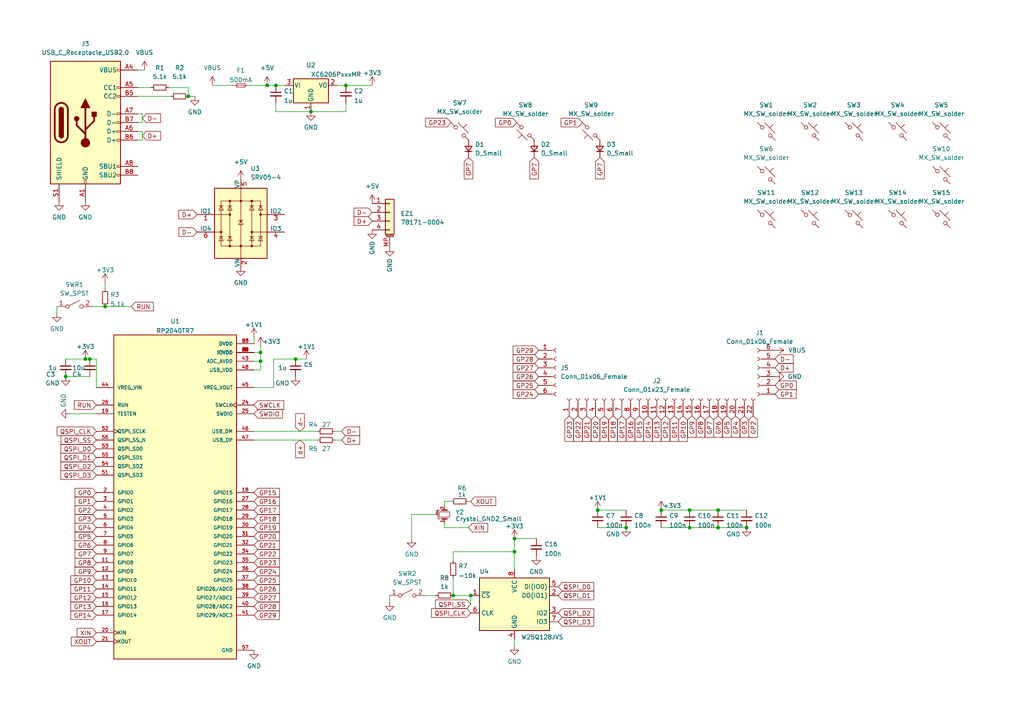
<source format=kicad_sch>
(kicad_sch (version 20230121) (generator eeschema)
  (paper "A4")
  (lib_symbols
    (symbol "Connector:Conn_01x06_Female" (pin_names (offset 1.016) hide)
      (property "Reference" "J" (at 0 7.62 0))
      (property "Value" "Conn_01x06_Female" (at 0 -10.16 0))
      (symbol "Conn_01x06_Female_1_1"
        (pin passive line (at -5.08 5.08 0) (length 3.81) (name "Pin_1") (number "1"))
        (pin passive line (at -5.08 2.54 0) (length 3.81) (name "Pin_2") (number "2"))
        (pin passive line (at -5.08 0 0) (length 3.81) (name "Pin_3") (number "3"))
        (pin passive line (at -5.08 -2.54 0) (length 3.81) (name "Pin_4") (number "4"))
        (pin passive line (at -5.08 -5.08 0) (length 3.81) (name "Pin_5") (number "5"))
        (pin passive line (at -5.08 -7.62 0) (length 3.81) (name "Pin_6") (number "6"))
      )
    )
    (symbol "Connector:Conn_01x22_Female" (pin_names (offset 1.016) hide)
      (property "Reference" "J" (at 0 27.94 0))
      (property "Value" "Conn_01x22_Female" (at 0 -30.48 0))
      (symbol "Conn_01x22_Female_1_1"
        (pin passive line (at -5.08 25.4 0) (length 3.81) (name "Pin_1") (number "1"))
        (pin passive line (at -5.08 2.54 0) (length 3.81) (name "Pin_10") (number "10"))
        (pin passive line (at -5.08 0 0) (length 3.81) (name "Pin_11") (number "11"))
        (pin passive line (at -5.08 -2.54 0) (length 3.81) (name "Pin_12") (number "12"))
        (pin passive line (at -5.08 -5.08 0) (length 3.81) (name "Pin_13") (number "13"))
        (pin passive line (at -5.08 -7.62 0) (length 3.81) (name "Pin_14") (number "14"))
        (pin passive line (at -5.08 -10.16 0) (length 3.81) (name "Pin_15") (number "15"))
        (pin passive line (at -5.08 -12.7 0) (length 3.81) (name "Pin_16") (number "16"))
        (pin passive line (at -5.08 -15.24 0) (length 3.81) (name "Pin_17") (number "17"))
        (pin passive line (at -5.08 -17.78 0) (length 3.81) (name "Pin_18") (number "18"))
        (pin passive line (at -5.08 -20.32 0) (length 3.81) (name "Pin_19") (number "19"))
        (pin passive line (at -5.08 22.86 0) (length 3.81) (name "Pin_2") (number "2"))
        (pin passive line (at -5.08 -22.86 0) (length 3.81) (name "Pin_20") (number "20"))
        (pin passive line (at -5.08 -25.4 0) (length 3.81) (name "Pin_21") (number "21"))
        (pin passive line (at -5.08 -27.94 0) (length 3.81) (name "Pin_22") (number "22"))
        (pin passive line (at -5.08 20.32 0) (length 3.81) (name "Pin_3") (number "3"))
        (pin passive line (at -5.08 17.78 0) (length 3.81) (name "Pin_4") (number "4"))
        (pin passive line (at -5.08 15.24 0) (length 3.81) (name "Pin_5") (number "5"))
        (pin passive line (at -5.08 12.7 0) (length 3.81) (name "Pin_6") (number "6"))
        (pin passive line (at -5.08 10.16 0) (length 3.81) (name "Pin_7") (number "7"))
        (pin passive line (at -5.08 7.62 0) (length 3.81) (name "Pin_8") (number "8"))
        (pin passive line (at -5.08 5.08 0) (length 3.81) (name "Pin_9") (number "9"))
      )
    )
    (symbol "Connector:USB_C_Receptacle_USB2.0" (pin_names (offset 1.016))
      (property "Reference" "J" (at -10.16 19.05 0))
      (property "Value" "USB_C_Receptacle_USB2.0" (at 19.05 19.05 0))
      (symbol "USB_C_Receptacle_USB2.0_1_1"
        (pin passive line (at 0 -22.86 90) (length 5.08) (name "GND") (number "A1"))
        (pin passive line (at 0 -22.86 90) (length 5.08) hide (name "GND") (number "A12"))
        (pin passive line (at 15.24 15.24 180) (length 5.08) (name "VBUS") (number "A4"))
        (pin bidirectional line (at 15.24 10.16 180) (length 5.08) (name "CC1") (number "A5"))
        (pin bidirectional line (at 15.24 -2.54 180) (length 5.08) (name "D+") (number "A6"))
        (pin bidirectional line (at 15.24 2.54 180) (length 5.08) (name "D-") (number "A7"))
        (pin bidirectional line (at 15.24 -12.7 180) (length 5.08) (name "SBU1") (number "A8"))
        (pin passive line (at 15.24 15.24 180) (length 5.08) hide (name "VBUS") (number "A9"))
        (pin passive line (at 0 -22.86 90) (length 5.08) hide (name "GND") (number "B1"))
        (pin passive line (at 0 -22.86 90) (length 5.08) hide (name "GND") (number "B12"))
        (pin passive line (at 15.24 15.24 180) (length 5.08) hide (name "VBUS") (number "B4"))
        (pin bidirectional line (at 15.24 7.62 180) (length 5.08) (name "CC2") (number "B5"))
        (pin bidirectional line (at 15.24 -5.08 180) (length 5.08) (name "D+") (number "B6"))
        (pin bidirectional line (at 15.24 0 180) (length 5.08) (name "D-") (number "B7"))
        (pin bidirectional line (at 15.24 -15.24 180) (length 5.08) (name "SBU2") (number "B8"))
        (pin passive line (at 15.24 15.24 180) (length 5.08) hide (name "VBUS") (number "B9"))
        (pin passive line (at -7.62 -22.86 90) (length 5.08) (name "SHIELD") (number "S1"))
      )
    )
    (symbol "Connector_Generic_MountingPin:Conn_01x04_MountingPin" (pin_names (offset 1.016) hide)
      (property "Reference" "J" (at 0 5.08 0))
      (property "Value" "Conn_01x04_MountingPin" (at 1.27 -7.62 0))
      (symbol "Conn_01x04_MountingPin_1_1"
        (text "Mounting" (at 0 -6.731 0) (effects (font (size 0.381 0.381))))
        (pin passive line (at -5.08 2.54 0) (length 3.81) (name "Pin_1") (number "1"))
        (pin passive line (at -5.08 0 0) (length 3.81) (name "Pin_2") (number "2"))
        (pin passive line (at -5.08 -2.54 0) (length 3.81) (name "Pin_3") (number "3"))
        (pin passive line (at -5.08 -5.08 0) (length 3.81) (name "Pin_4") (number "4"))
        (pin passive line (at 0 -10.16 90) (length 3.048) (name "MountPin") (number "MP"))
      )
    )
    (symbol "Device:C_Small" (pin_numbers hide) (pin_names (offset 0.254) hide)
      (property "Reference" "C" (at 0.254 1.778 0))
      (property "Value" "C_Small" (at 0.254 -2.032 0))
      (symbol "C_Small_1_1"
        (pin passive line (at 0 2.54 270) (length 2.032) (name "~") (number "1"))
        (pin passive line (at 0 -2.54 90) (length 2.032) (name "~") (number "2"))
      )
    )
    (symbol "Device:Crystal_GND2_Small" (pin_names (offset 1.016) hide)
      (property "Reference" "Y" (at 0 5.08 0))
      (property "Value" "Crystal_GND2_Small" (at 0 3.175 0))
      (symbol "Crystal_GND2_Small_1_1"
        (pin passive line (at -2.54 0 0) (length 1.27) (name "1") (number "1"))
        (pin passive line (at 0 -2.54 90) (length 0.635) (name "2") (number "2"))
        (pin passive line (at 2.54 0 180) (length 1.27) (name "3") (number "3"))
      )
    )
    (symbol "Device:D_Small" (pin_numbers hide) (pin_names (offset 0.254) hide)
      (property "Reference" "D" (at -1.27 2.032 0))
      (property "Value" "D_Small" (at -3.81 -2.032 0))
      (symbol "D_Small_1_1"
        (pin passive line (at -2.54 0 0) (length 1.778) (name "K") (number "1"))
        (pin passive line (at 2.54 0 180) (length 1.778) (name "A") (number "2"))
      )
    )
    (symbol "Device:Fuse_Small" (pin_numbers hide) (pin_names (offset 0.254) hide)
      (property "Reference" "F" (at 0 -1.524 0))
      (property "Value" "Fuse_Small" (at 0 1.524 0))
      (symbol "Fuse_Small_1_1"
        (pin passive line (at -2.54 0 0) (length 1.27) (name "~") (number "1"))
        (pin passive line (at 2.54 0 180) (length 1.27) (name "~") (number "2"))
      )
    )
    (symbol "Device:R_Small" (pin_numbers hide) (pin_names (offset 0.254) hide)
      (property "Reference" "R" (at 0.762 0.508 0))
      (property "Value" "R_Small" (at 0.762 -1.016 0))
      (symbol "R_Small_1_1"
        (pin passive line (at 0 2.54 270) (length 0.762) (name "~") (number "1"))
        (pin passive line (at 0 -2.54 90) (length 0.762) (name "~") (number "2"))
      )
    )
    (symbol "Memory_Flash:W25Q128JVS"
      (property "Reference" "U" (at -8.89 8.89 0))
      (property "Value" "W25Q128JVS" (at 7.62 8.89 0))
      (symbol "W25Q128JVS_1_1"
        (pin input line (at -12.7 2.54 0) (length 2.54) (name "~{CS}") (number "1"))
        (pin bidirectional line (at 12.7 2.54 180) (length 2.54) (name "DO(IO1)") (number "2"))
        (pin bidirectional line (at 12.7 -2.54 180) (length 2.54) (name "IO2") (number "3"))
        (pin power_in line (at 0 -10.16 90) (length 2.54) (name "GND") (number "4"))
        (pin bidirectional line (at 12.7 5.08 180) (length 2.54) (name "DI(IO0)") (number "5"))
        (pin input line (at -12.7 -2.54 0) (length 2.54) (name "CLK") (number "6"))
        (pin bidirectional line (at 12.7 -5.08 180) (length 2.54) (name "IO3") (number "7"))
        (pin power_in line (at 0 10.16 270) (length 2.54) (name "VCC") (number "8"))
      )
    )
    (symbol "RP2040TR7:RP2040TR7" (pin_names (offset 1.016))
      (property "Reference" "U" (at -17.78 46.99 0))
      (property "Value" "RP2040TR7" (at -17.526 -51.562 0))
      (symbol "RP2040TR7_0_0"
        (pin power_in line (at 22.86 40.64 180) (length 5.08) (name "IOVDD") (number "1"))
        (pin power_in line (at 22.86 40.64 180) (length 5.08) (name "IOVDD") (number "10"))
        (pin bidirectional line (at -22.86 -20.32 0) (length 5.08) (name "GPIO8") (number "11"))
        (pin bidirectional line (at -22.86 -22.86 0) (length 5.08) (name "GPIO9") (number "12"))
        (pin bidirectional line (at -22.86 -25.4 0) (length 5.08) (name "GPIO10") (number "13"))
        (pin bidirectional line (at -22.86 -27.94 0) (length 5.08) (name "GPIO11") (number "14"))
        (pin bidirectional line (at -22.86 -30.48 0) (length 5.08) (name "GPIO12") (number "15"))
        (pin bidirectional line (at -22.86 -33.02 0) (length 5.08) (name "GPIO13") (number "16"))
        (pin bidirectional line (at -22.86 -35.56 0) (length 5.08) (name "GPIO14") (number "17"))
        (pin bidirectional line (at 22.86 0 180) (length 5.08) (name "GPIO15") (number "18"))
        (pin input line (at -22.86 22.86 0) (length 5.08) (name "TESTEN") (number "19"))
        (pin bidirectional line (at -22.86 0 0) (length 5.08) (name "GPIO0") (number "2"))
        (pin input clock (at -22.86 -40.64 0) (length 5.08) (name "XIN") (number "20"))
        (pin output clock (at -22.86 -43.18 0) (length 5.08) (name "XOUT") (number "21"))
        (pin power_in line (at 22.86 40.64 180) (length 5.08) (name "IOVDD") (number "22"))
        (pin power_in line (at 22.86 43.18 180) (length 5.08) (name "DVDD") (number "23"))
        (pin input clock (at 22.86 25.4 180) (length 5.08) (name "SWCLK") (number "24"))
        (pin bidirectional line (at 22.86 22.86 180) (length 5.08) (name "SWDIO") (number "25"))
        (pin input line (at -22.86 25.4 0) (length 5.08) (name "RUN") (number "26"))
        (pin bidirectional line (at 22.86 -2.54 180) (length 5.08) (name "GPIO16") (number "27"))
        (pin bidirectional line (at 22.86 -5.08 180) (length 5.08) (name "GPIO17") (number "28"))
        (pin bidirectional line (at 22.86 -7.62 180) (length 5.08) (name "GPIO18") (number "29"))
        (pin bidirectional line (at -22.86 -2.54 0) (length 5.08) (name "GPIO1") (number "3"))
        (pin bidirectional line (at 22.86 -10.16 180) (length 5.08) (name "GPIO19") (number "30"))
        (pin bidirectional line (at 22.86 -12.7 180) (length 5.08) (name "GPIO20") (number "31"))
        (pin bidirectional line (at 22.86 -15.24 180) (length 5.08) (name "GPIO21") (number "32"))
        (pin power_in line (at 22.86 40.64 180) (length 5.08) (name "IOVDD") (number "33"))
        (pin bidirectional line (at 22.86 -17.78 180) (length 5.08) (name "GPIO22") (number "34"))
        (pin bidirectional line (at 22.86 -20.32 180) (length 5.08) (name "GPIO23") (number "35"))
        (pin bidirectional line (at 22.86 -22.86 180) (length 5.08) (name "GPIO24") (number "36"))
        (pin bidirectional line (at 22.86 -25.4 180) (length 5.08) (name "GPIO25") (number "37"))
        (pin bidirectional line (at 22.86 -27.94 180) (length 5.08) (name "GPIO26/ADC0") (number "38"))
        (pin bidirectional line (at 22.86 -30.48 180) (length 5.08) (name "GPIO27/ADC1") (number "39"))
        (pin bidirectional line (at -22.86 -5.08 0) (length 5.08) (name "GPIO2") (number "4"))
        (pin bidirectional line (at 22.86 -33.02 180) (length 5.08) (name "GPIO28/ADC2") (number "40"))
        (pin bidirectional line (at 22.86 -35.56 180) (length 5.08) (name "GPIO29/ADC3") (number "41"))
        (pin power_in line (at 22.86 40.64 180) (length 5.08) (name "IOVDD") (number "42"))
        (pin power_in line (at 22.86 38.1 180) (length 5.08) (name "ADC_AVDD") (number "43"))
        (pin input line (at -22.86 30.48 0) (length 5.08) (name "VREG_VIN") (number "44"))
        (pin output line (at 22.86 30.48 180) (length 5.08) (name "VREG_VOUT") (number "45"))
        (pin bidirectional line (at 22.86 17.78 180) (length 5.08) (name "USB_DM") (number "46"))
        (pin bidirectional line (at 22.86 15.24 180) (length 5.08) (name "USB_DP") (number "47"))
        (pin power_in line (at 22.86 35.56 180) (length 5.08) (name "USB_VDD") (number "48"))
        (pin power_in line (at 22.86 40.64 180) (length 5.08) (name "IOVDD") (number "49"))
        (pin bidirectional line (at -22.86 -7.62 0) (length 5.08) (name "GPIO3") (number "5"))
        (pin power_in line (at 22.86 43.18 180) (length 5.08) (name "DVDD") (number "50"))
        (pin bidirectional line (at -22.86 5.08 0) (length 5.08) (name "QSPI_SD3") (number "51"))
        (pin bidirectional clock (at -22.86 17.78 0) (length 5.08) (name "QSPI_SCLK") (number "52"))
        (pin bidirectional line (at -22.86 12.7 0) (length 5.08) (name "QSPI_SD0") (number "53"))
        (pin bidirectional line (at -22.86 7.62 0) (length 5.08) (name "QSPI_SD2") (number "54"))
        (pin bidirectional line (at -22.86 10.16 0) (length 5.08) (name "QSPI_SD1") (number "55"))
        (pin bidirectional line (at -22.86 15.24 0) (length 5.08) (name "QSPI_SS_N") (number "56"))
        (pin power_in line (at 22.86 -45.72 180) (length 5.08) (name "GND") (number "57"))
        (pin bidirectional line (at -22.86 -10.16 0) (length 5.08) (name "GPIO4") (number "6"))
        (pin bidirectional line (at -22.86 -12.7 0) (length 5.08) (name "GPIO5") (number "7"))
        (pin bidirectional line (at -22.86 -15.24 0) (length 5.08) (name "GPIO6") (number "8"))
        (pin bidirectional line (at -22.86 -17.78 0) (length 5.08) (name "GPIO7") (number "9"))
      )
    )
    (symbol "Regulator_Linear:XC6206PxxxMR" (pin_names (offset 0.254))
      (property "Reference" "U" (at -3.81 3.175 0))
      (property "Value" "XC6206PxxxMR" (at 0 3.175 0))
      (symbol "XC6206PxxxMR_1_1"
        (pin power_in line (at 0 -7.62 90) (length 2.54) (name "GND") (number "1"))
        (pin power_out line (at 7.62 0 180) (length 2.54) (name "VO") (number "2"))
        (pin power_in line (at -7.62 0 0) (length 2.54) (name "VI") (number "3"))
      )
    )
    (symbol "Switch:SW_SPST" (pin_names (offset 0) hide)
      (property "Reference" "SW" (at 0 3.175 0))
      (property "Value" "SW_SPST" (at 0 -2.54 0))
      (symbol "SW_SPST_1_1"
        (pin passive line (at -5.08 0 0) (length 2.54) (name "A") (number "1"))
        (pin passive line (at 5.08 0 180) (length 2.54) (name "B") (number "2"))
      )
    )
    (symbol "marbastlib-mx:MX_SW_solder" (pin_numbers hide) (pin_names (offset 1.016) hide)
      (property "Reference" "SW" (at 3.048 1.016 0))
      (property "Value" "MX_SW_solder" (at 0 -3.81 0))
      (symbol "MX_SW_solder_0_1"
        (pin passive line (at -2.54 2.54 0) (length 0) (name "1") (number "1"))
        (pin passive line (at 2.54 -2.54 180) (length 0) (name "2") (number "2"))
      )
    )
    (symbol "marbastlib-various:SRV05-4" (pin_names (offset 0))
      (property "Reference" "U" (at -5.08 11.43 0))
      (property "Value" "SRV05-4" (at 2.54 11.43 0))
      (symbol "SRV05-4_1_1"
        (pin passive line (at -12.7 2.54 0) (length 5.08) (name "IO1") (number "1"))
        (pin passive line (at 0 -12.7 90) (length 2.54) (name "VN") (number "2"))
        (pin passive line (at 12.7 2.54 180) (length 5.08) (name "IO2") (number "3"))
        (pin passive line (at 12.7 -2.54 180) (length 5.08) (name "IO3") (number "4"))
        (pin passive line (at 0 12.7 270) (length 2.54) (name "VP") (number "5"))
        (pin passive line (at -12.7 -2.54 0) (length 5.08) (name "IO4") (number "6"))
      )
    )
    (symbol "power:+1V1" (power) (pin_names (offset 0))
      (property "Value" "+1V1" (at 0 3.556 0))
      (symbol "+1V1_1_1"
        (pin power_in line (at 0 0 90) (length 0) hide (name "+1V1") (number "1"))
      )
    )
    (symbol "power:+3V3" (power) (pin_names (offset 0))
      (property "Value" "+3V3" (at 0 3.556 0))
      (symbol "+3V3_1_1"
        (pin power_in line (at 0 0 90) (length 0) hide (name "+3V3") (number "1"))
      )
    )
    (symbol "power:+5V" (power) (pin_names (offset 0))
      (property "Value" "+5V" (at 0 3.556 0))
      (symbol "+5V_1_1"
        (pin power_in line (at 0 0 90) (length 0) hide (name "+5V") (number "1"))
      )
    )
    (symbol "power:GND" (power) (pin_names (offset 0))
      (property "Value" "GND" (at 0 -3.81 0))
      (symbol "GND_1_1"
        (pin power_in line (at 0 0 270) (length 0) hide (name "GND") (number "1"))
      )
    )
    (symbol "power:VBUS" (power) (pin_names (offset 0))
      (property "Value" "VBUS" (at 0 3.81 0))
      (symbol "VBUS_1_1"
        (pin power_in line (at 0 0 90) (length 0) hide (name "VBUS") (number "1"))
      )
    )
  )
  (junction (at 149.225 160.02))
  (junction (at 200.025 153.035))
  (junction (at 19.05 109.22))
  (junction (at 208.28 153.035))
  (junction (at 131.445 172.72))
  (junction (at 191.77 147.955))
  (junction (at 85.725 104.14))
  (junction (at 200.025 147.955))
  (junction (at 90.17 32.385))
  (junction (at 54.61 27.94))
  (junction (at 26.035 104.14))
  (junction (at 149.225 156.21))
  (junction (at 30.48 88.9))
  (junction (at 100.33 24.765))
  (junction (at 77.47 24.765))
  (junction (at 80.01 24.765))
  (junction (at 173.355 147.955))
  (junction (at 136.525 172.72))
  (junction (at 75.565 102.235))
  (junction (at 216.535 153.035))
  (junction (at 208.28 147.955))
  (junction (at 24.765 104.14))
  (junction (at 181.61 153.035))
  (junction (at 75.565 104.775))
  (wire (pts (xy 173.355 153.035) (xy 181.61 153.035)))
  (wire (pts (xy 75.565 104.775) (xy 75.565 102.235)))
  (wire (pts (xy 40.005 38.1) (xy 41.275 38.1)))
  (wire (pts (xy 149.225 160.02) (xy 149.225 156.21)))
  (wire (pts (xy 48.895 25.4) (xy 54.61 25.4)))
  (wire (pts (xy 80.01 24.765) (xy 82.55 24.765)))
  (wire (pts (xy 73.66 125.095) (xy 92.075 125.095)))
  (wire (pts (xy 41.275 33.02) (xy 41.275 35.56)))
  (wire (pts (xy 131.445 172.72) (xy 131.445 167.64)))
  (wire (pts (xy 100.33 32.385) (xy 100.33 29.845)))
  (wire (pts (xy 61.595 24.765) (xy 67.31 24.765)))
  (wire (pts (xy 73.66 127.635) (xy 92.075 127.635)))
  (wire (pts (xy 119.38 149.225) (xy 119.38 156.21)))
  (wire (pts (xy 16.51 90.805) (xy 16.51 88.9)))
  (wire (pts (xy 128.905 145.415) (xy 128.905 146.685)))
  (wire (pts (xy 119.38 149.225) (xy 126.365 149.225)))
  (wire (pts (xy 128.905 153.035) (xy 135.89 153.035)))
  (wire (pts (xy 200.025 153.035) (xy 208.28 153.035)))
  (wire (pts (xy 149.225 185.42) (xy 149.225 187.325)))
  (wire (pts (xy 26.67 88.9) (xy 30.48 88.9)))
  (wire (pts (xy 73.66 107.315) (xy 75.565 107.315)))
  (wire (pts (xy 40.005 33.02) (xy 41.275 33.02)))
  (wire (pts (xy 136.525 172.72) (xy 131.445 172.72)))
  (wire (pts (xy 30.48 81.915) (xy 30.48 83.82)))
  (wire (pts (xy 136.525 145.415) (xy 135.89 145.415)))
  (wire (pts (xy 200.025 147.955) (xy 208.28 147.955)))
  (wire (pts (xy 41.275 35.56) (xy 40.005 35.56)))
  (wire (pts (xy 41.275 38.1) (xy 41.275 40.64)))
  (wire (pts (xy 73.66 112.395) (xy 79.375 112.395)))
  (wire (pts (xy 30.48 88.9) (xy 38.1 88.9)))
  (wire (pts (xy 19.05 104.14) (xy 24.765 104.14)))
  (wire (pts (xy 19.05 109.22) (xy 26.035 109.22)))
  (wire (pts (xy 80.01 32.385) (xy 90.17 32.385)))
  (wire (pts (xy 26.035 104.14) (xy 27.94 104.14)))
  (wire (pts (xy 191.77 147.955) (xy 200.025 147.955)))
  (wire (pts (xy 85.725 104.14) (xy 88.9 104.14)))
  (wire (pts (xy 73.66 102.235) (xy 75.565 102.235)))
  (wire (pts (xy 130.81 145.415) (xy 128.905 145.415)))
  (wire (pts (xy 40.005 20.32) (xy 41.91 20.32)))
  (wire (pts (xy 73.66 97.79) (xy 73.66 99.695)))
  (wire (pts (xy 40.005 27.94) (xy 49.53 27.94)))
  (wire (pts (xy 54.61 25.4) (xy 54.61 27.94)))
  (wire (pts (xy 77.47 24.765) (xy 80.01 24.765)))
  (wire (pts (xy 208.28 153.035) (xy 216.535 153.035)))
  (wire (pts (xy 131.445 160.02) (xy 149.225 160.02)))
  (wire (pts (xy 113.03 174.625) (xy 113.03 172.72)))
  (wire (pts (xy 97.79 24.765) (xy 100.33 24.765)))
  (wire (pts (xy 128.905 151.765) (xy 128.905 153.035)))
  (wire (pts (xy 123.19 172.72) (xy 126.365 172.72)))
  (wire (pts (xy 54.61 27.94) (xy 56.515 27.94)))
  (wire (pts (xy 97.155 125.095) (xy 99.06 125.095)))
  (wire (pts (xy 80.01 29.845) (xy 80.01 32.385)))
  (wire (pts (xy 72.39 24.765) (xy 77.47 24.765)))
  (wire (pts (xy 173.355 147.955) (xy 181.61 147.955)))
  (wire (pts (xy 191.77 153.035) (xy 200.025 153.035)))
  (wire (pts (xy 27.94 112.395) (xy 27.94 104.14)))
  (wire (pts (xy 208.28 147.955) (xy 216.535 147.955)))
  (wire (pts (xy 131.445 162.56) (xy 131.445 160.02)))
  (wire (pts (xy 136.525 172.72) (xy 136.525 175.26)))
  (wire (pts (xy 97.155 127.635) (xy 99.06 127.635)))
  (wire (pts (xy 20.32 120.015) (xy 27.94 120.015)))
  (wire (pts (xy 79.375 104.14) (xy 85.725 104.14)))
  (wire (pts (xy 149.225 165.1) (xy 149.225 160.02)))
  (wire (pts (xy 149.225 156.21) (xy 155.575 156.21)))
  (wire (pts (xy 90.17 32.385) (xy 100.33 32.385)))
  (wire (pts (xy 100.33 24.765) (xy 107.95 24.765)))
  (wire (pts (xy 40.005 25.4) (xy 43.815 25.4)))
  (wire (pts (xy 75.565 100.33) (xy 75.565 102.235)))
  (wire (pts (xy 75.565 107.315) (xy 75.565 104.775)))
  (wire (pts (xy 41.275 40.64) (xy 40.005 40.64)))
  (wire (pts (xy 79.375 112.395) (xy 79.375 104.14)))
  (wire (pts (xy 73.66 104.775) (xy 75.565 104.775)))
  (wire (pts (xy 24.765 104.14) (xy 26.035 104.14)))
  (global_label "QSPI_CLK" (shape input) (at 136.525 177.8 180) (property "Intersheetrefs" "${INTERSHEET_REFS}" (effects hide)))
  (global_label "QSPI_D0" (shape input) (at 27.94 130.175 180) (property "Intersheetrefs" "${INTERSHEET_REFS}" (effects hide)))
  (global_label "D+" (shape input) (at 41.275 39.37 0) (property "Intersheetrefs" "${INTERSHEET_REFS}" (effects hide)))
  (global_label "GP15" (shape input) (at 185.42 120.65 270) (property "Intersheetrefs" "${INTERSHEET_REFS}" (effects hide)))
  (global_label "GP3" (shape input) (at 27.94 150.495 180) (property "Intersheetrefs" "${INTERSHEET_REFS}" (effects hide)))
  (global_label "GP12" (shape input) (at 193.04 120.65 270) (property "Intersheetrefs" "${INTERSHEET_REFS}" (effects hide)))
  (global_label "GP23" (shape input) (at 165.1 120.65 270) (property "Intersheetrefs" "${INTERSHEET_REFS}" (effects hide)))
  (global_label "QSPI_D2" (shape input) (at 161.925 177.8 0) (property "Intersheetrefs" "${INTERSHEET_REFS}" (effects hide)))
  (global_label "GP7" (shape input) (at 205.74 120.65 270) (property "Intersheetrefs" "${INTERSHEET_REFS}" (effects hide)))
  (global_label "XOUT" (shape input) (at 136.525 145.415 0) (property "Intersheetrefs" "${INTERSHEET_REFS}" (effects hide)))
  (global_label "GP21" (shape input) (at 170.18 120.65 270) (property "Intersheetrefs" "${INTERSHEET_REFS}" (effects hide)))
  (global_label "GP9" (shape input) (at 27.94 165.735 180) (property "Intersheetrefs" "${INTERSHEET_REFS}" (effects hide)))
  (global_label "GP7" (shape input) (at 27.94 160.655 180) (property "Intersheetrefs" "${INTERSHEET_REFS}" (effects hide)))
  (global_label "GP27" (shape input) (at 156.21 106.68 180) (property "Intersheetrefs" "${INTERSHEET_REFS}" (effects hide)))
  (global_label "GP26" (shape input) (at 73.66 170.815 0) (property "Intersheetrefs" "${INTERSHEET_REFS}" (effects hide)))
  (global_label "QSPI_SS" (shape input) (at 27.94 127.635 180) (property "Intersheetrefs" "${INTERSHEET_REFS}" (effects hide)))
  (global_label "GP21" (shape input) (at 73.66 158.115 0) (property "Intersheetrefs" "${INTERSHEET_REFS}" (effects hide)))
  (global_label "QSPI_D1" (shape input) (at 27.94 132.715 180) (property "Intersheetrefs" "${INTERSHEET_REFS}" (effects hide)))
  (global_label "GP2" (shape input) (at 218.44 120.65 270) (property "Intersheetrefs" "${INTERSHEET_REFS}" (effects hide)))
  (global_label "GP4" (shape input) (at 213.36 120.65 270) (property "Intersheetrefs" "${INTERSHEET_REFS}" (effects hide)))
  (global_label "QSPI_D3" (shape input) (at 27.94 137.795 180) (property "Intersheetrefs" "${INTERSHEET_REFS}" (effects hide)))
  (global_label "GP15" (shape input) (at 73.66 142.875 0) (property "Intersheetrefs" "${INTERSHEET_REFS}" (effects hide)))
  (global_label "GP26" (shape input) (at 156.21 109.22 180) (property "Intersheetrefs" "${INTERSHEET_REFS}" (effects hide)))
  (global_label "GP10" (shape input) (at 198.12 120.65 270) (property "Intersheetrefs" "${INTERSHEET_REFS}" (effects hide)))
  (global_label "GP22" (shape input) (at 167.64 120.65 270) (property "Intersheetrefs" "${INTERSHEET_REFS}" (effects hide)))
  (global_label "GP29" (shape input) (at 156.21 101.6 180) (property "Intersheetrefs" "${INTERSHEET_REFS}" (effects hide)))
  (global_label "GP4" (shape input) (at 27.94 153.035 180) (property "Intersheetrefs" "${INTERSHEET_REFS}" (effects hide)))
  (global_label "QSPI_D2" (shape input) (at 27.94 135.255 180) (property "Intersheetrefs" "${INTERSHEET_REFS}" (effects hide)))
  (global_label "GP0" (shape input) (at 224.79 111.76 0) (property "Intersheetrefs" "${INTERSHEET_REFS}" (effects hide)))
  (global_label "GP1" (shape input) (at 224.79 114.3 0) (property "Intersheetrefs" "${INTERSHEET_REFS}" (effects hide)))
  (global_label "GP23" (shape input) (at 130.81 35.56 180) (property "Intersheetrefs" "${INTERSHEET_REFS}" (effects hide)))
  (global_label "GP8" (shape input) (at 27.94 163.195 180) (property "Intersheetrefs" "${INTERSHEET_REFS}" (effects hide)))
  (global_label "GP7" (shape input) (at 154.94 45.72 270) (property "Intersheetrefs" "${INTERSHEET_REFS}" (effects hide)))
  (global_label "GP6" (shape input) (at 208.28 120.65 270) (property "Intersheetrefs" "${INTERSHEET_REFS}" (effects hide)))
  (global_label "GP11" (shape input) (at 195.58 120.65 270) (property "Intersheetrefs" "${INTERSHEET_REFS}" (effects hide)))
  (global_label "GP5" (shape input) (at 210.82 120.65 270) (property "Intersheetrefs" "${INTERSHEET_REFS}" (effects hide)))
  (global_label "GP20" (shape input) (at 172.72 120.65 270) (property "Intersheetrefs" "${INTERSHEET_REFS}" (effects hide)))
  (global_label "GP8" (shape input) (at 203.2 120.65 270) (property "Intersheetrefs" "${INTERSHEET_REFS}" (effects hide)))
  (global_label "GP18" (shape input) (at 177.8 120.65 270) (property "Intersheetrefs" "${INTERSHEET_REFS}" (effects hide)))
  (global_label "GP13" (shape input) (at 27.94 175.895 180) (property "Intersheetrefs" "${INTERSHEET_REFS}" (effects hide)))
  (global_label "SWDIO" (shape input) (at 73.66 120.015 0) (property "Intersheetrefs" "${INTERSHEET_REFS}" (effects hide)))
  (global_label "GP9" (shape input) (at 200.66 120.65 270) (property "Intersheetrefs" "${INTERSHEET_REFS}" (effects hide)))
  (global_label "GP7" (shape input) (at 173.99 45.72 270) (property "Intersheetrefs" "${INTERSHEET_REFS}" (effects hide)))
  (global_label "GP5" (shape input) (at 27.94 155.575 180) (property "Intersheetrefs" "${INTERSHEET_REFS}" (effects hide)))
  (global_label "SWCLK" (shape input) (at 73.66 117.475 0) (property "Intersheetrefs" "${INTERSHEET_REFS}" (effects hide)))
  (global_label "D-" (shape input) (at 41.275 34.29 0) (property "Intersheetrefs" "${INTERSHEET_REFS}" (effects hide)))
  (global_label "GP17" (shape input) (at 180.34 120.65 270) (property "Intersheetrefs" "${INTERSHEET_REFS}" (effects hide)))
  (global_label "GP6" (shape input) (at 27.94 158.115 180) (property "Intersheetrefs" "${INTERSHEET_REFS}" (effects hide)))
  (global_label "GP16" (shape input) (at 73.66 145.415 0) (property "Intersheetrefs" "${INTERSHEET_REFS}" (effects hide)))
  (global_label "GP28" (shape input) (at 73.66 175.895 0) (property "Intersheetrefs" "${INTERSHEET_REFS}" (effects hide)))
  (global_label "GP19" (shape input) (at 175.26 120.65 270) (property "Intersheetrefs" "${INTERSHEET_REFS}" (effects hide)))
  (global_label "QSPI_D0" (shape input) (at 161.925 170.18 0) (property "Intersheetrefs" "${INTERSHEET_REFS}" (effects hide)))
  (global_label "GP0" (shape input) (at 27.94 142.875 180) (property "Intersheetrefs" "${INTERSHEET_REFS}" (effects hide)))
  (global_label "D-" (shape input) (at 107.95 61.595 180) (property "Intersheetrefs" "${INTERSHEET_REFS}" (effects hide)))
  (global_label "D+" (shape input) (at 224.79 106.68 0) (property "Intersheetrefs" "${INTERSHEET_REFS}" (effects hide)))
  (global_label "GP25" (shape input) (at 156.21 111.76 180) (property "Intersheetrefs" "${INTERSHEET_REFS}" (effects hide)))
  (global_label "GP28" (shape input) (at 156.21 104.14 180) (property "Intersheetrefs" "${INTERSHEET_REFS}" (effects hide)))
  (global_label "GP14" (shape input) (at 187.96 120.65 270) (property "Intersheetrefs" "${INTERSHEET_REFS}" (effects hide)))
  (global_label "d-" (shape input) (at 86.995 125.095 90) (property "Intersheetrefs" "${INTERSHEET_REFS}" (effects hide)))
  (global_label "GP13" (shape input) (at 190.5 120.65 270) (property "Intersheetrefs" "${INTERSHEET_REFS}" (effects hide)))
  (global_label "GP18" (shape input) (at 73.66 150.495 0) (property "Intersheetrefs" "${INTERSHEET_REFS}" (effects hide)))
  (global_label "GP25" (shape input) (at 73.66 168.275 0) (property "Intersheetrefs" "${INTERSHEET_REFS}" (effects hide)))
  (global_label "D+" (shape input) (at 107.95 64.135 180) (property "Intersheetrefs" "${INTERSHEET_REFS}" (effects hide)))
  (global_label "GP24" (shape input) (at 73.66 165.735 0) (property "Intersheetrefs" "${INTERSHEET_REFS}" (effects hide)))
  (global_label "GP0" (shape input) (at 149.86 35.56 180) (property "Intersheetrefs" "${INTERSHEET_REFS}" (effects hide)))
  (global_label "D-" (shape input) (at 99.06 125.095 0) (property "Intersheetrefs" "${INTERSHEET_REFS}" (effects hide)))
  (global_label "GP29" (shape input) (at 73.66 178.435 0) (property "Intersheetrefs" "${INTERSHEET_REFS}" (effects hide)))
  (global_label "GP14" (shape input) (at 27.94 178.435 180) (property "Intersheetrefs" "${INTERSHEET_REFS}" (effects hide)))
  (global_label "GP10" (shape input) (at 27.94 168.275 180) (property "Intersheetrefs" "${INTERSHEET_REFS}" (effects hide)))
  (global_label "GP2" (shape input) (at 27.94 147.955 180) (property "Intersheetrefs" "${INTERSHEET_REFS}" (effects hide)))
  (global_label "GP20" (shape input) (at 73.66 155.575 0) (property "Intersheetrefs" "${INTERSHEET_REFS}" (effects hide)))
  (global_label "GP22" (shape input) (at 73.66 160.655 0) (property "Intersheetrefs" "${INTERSHEET_REFS}" (effects hide)))
  (global_label "GP16" (shape input) (at 182.88 120.65 270) (property "Intersheetrefs" "${INTERSHEET_REFS}" (effects hide)))
  (global_label "GP24" (shape input) (at 156.21 114.3 180) (property "Intersheetrefs" "${INTERSHEET_REFS}" (effects hide)))
  (global_label "GP17" (shape input) (at 73.66 147.955 0) (property "Intersheetrefs" "${INTERSHEET_REFS}" (effects hide)))
  (global_label "XOUT" (shape input) (at 27.94 186.055 180) (property "Intersheetrefs" "${INTERSHEET_REFS}" (effects hide)))
  (global_label "D+" (shape input) (at 57.15 62.23 180) (property "Intersheetrefs" "${INTERSHEET_REFS}" (effects hide)))
  (global_label "GP19" (shape input) (at 73.66 153.035 0) (property "Intersheetrefs" "${INTERSHEET_REFS}" (effects hide)))
  (global_label "GP11" (shape input) (at 27.94 170.815 180) (property "Intersheetrefs" "${INTERSHEET_REFS}" (effects hide)))
  (global_label "QSPI_D1" (shape input) (at 161.925 172.72 0) (property "Intersheetrefs" "${INTERSHEET_REFS}" (effects hide)))
  (global_label "XIN" (shape input) (at 27.94 183.515 180) (property "Intersheetrefs" "${INTERSHEET_REFS}" (effects hide)))
  (global_label "QSPI_D3" (shape input) (at 161.925 180.34 0) (property "Intersheetrefs" "${INTERSHEET_REFS}" (effects hide)))
  (global_label "D-" (shape input) (at 57.15 67.31 180) (property "Intersheetrefs" "${INTERSHEET_REFS}" (effects hide)))
  (global_label "XIN" (shape input) (at 135.89 153.035 0) (property "Intersheetrefs" "${INTERSHEET_REFS}" (effects hide)))
  (global_label "QSPI_SS" (shape input) (at 136.525 175.26 180) (property "Intersheetrefs" "${INTERSHEET_REFS}" (effects hide)))
  (global_label "GP1" (shape input) (at 27.94 145.415 180) (property "Intersheetrefs" "${INTERSHEET_REFS}" (effects hide)))
  (global_label "RUN" (shape input) (at 27.94 117.475 180) (property "Intersheetrefs" "${INTERSHEET_REFS}" (effects hide)))
  (global_label "QSPI_CLK" (shape input) (at 27.94 125.095 180) (property "Intersheetrefs" "${INTERSHEET_REFS}" (effects hide)))
  (global_label "GP7" (shape input) (at 135.89 45.72 270) (property "Intersheetrefs" "${INTERSHEET_REFS}" (effects hide)))
  (global_label "GP27" (shape input) (at 73.66 173.355 0) (property "Intersheetrefs" "${INTERSHEET_REFS}" (effects hide)))
  (global_label "d+" (shape input) (at 86.995 127.635 270) (property "Intersheetrefs" "${INTERSHEET_REFS}" (effects hide)))
  (global_label "GP12" (shape input) (at 27.94 173.355 180) (property "Intersheetrefs" "${INTERSHEET_REFS}" (effects hide)))
  (global_label "D-" (shape input) (at 224.79 104.14 0) (property "Intersheetrefs" "${INTERSHEET_REFS}" (effects hide)))
  (global_label "GP1" (shape input) (at 168.91 35.56 180) (property "Intersheetrefs" "${INTERSHEET_REFS}" (effects hide)))
  (global_label "GP23" (shape input) (at 73.66 163.195 0) (property "Intersheetrefs" "${INTERSHEET_REFS}" (effects hide)))
  (global_label "D+" (shape input) (at 99.06 127.635 0) (property "Intersheetrefs" "${INTERSHEET_REFS}" (effects hide)))
  (global_label "GP3" (shape input) (at 215.9 120.65 270) (property "Intersheetrefs" "${INTERSHEET_REFS}" (effects hide)))
  (global_label "RUN" (shape input) (at 38.1 88.9 0) (property "Intersheetrefs" "${INTERSHEET_REFS}" (effects hide)))
  (symbol (lib_id "power:GND") (at 69.85 77.47 0) (unit 1)
    (property "Reference" "#PWR0129" (effects hide))
    (property "Value" "GND" (at 69.85 82.0325 0))
  )
  (symbol (lib_id "Connector:USB_C_Receptacle_USB2.0") (at 24.765 35.56 0) (unit 1)
    (property "Reference" "J3" (at 24.765 12.7 0))
    (property "Value" "USB_C_Receptacle_USB2.0" (at 24.765 15.24 0))
    (property "Footprint" "Connector_USB:USB_C_Receptacle_HRO_TYPE-C-31-M-12" (effects hide))
    (property "Datasheet" "https://www.usb.org/sites/default/files/documents/usb_type-c.zip" (effects hide))
  )
  (symbol (lib_id "Connector_Generic_MountingPin:Conn_01x04_MountingPin") (at 113.03 61.595 0) (unit 1)
    (property "Reference" "EZ1" (at 116.205 61.9505 0) (effects (justify left)))
    (property "Value" "78171-0004" (at 116.205 64.4905 0) (effects (justify left)))
    (property "Footprint" "locallib:PicoEZMate-Reinforced-Lite" (effects hide))
    (property "Manufacturer" "MOLEX" (effects hide))
    (property "Manufacturer Part Number" "78171-0004" (effects hide))
    (property "LCSC Part Number" "C588524" (effects hide))
  )
  (symbol (lib_id "Device:C_Small") (at 173.355 150.495 0) (unit 1)
    (property "Reference" "C7" (at 175.6791 149.5928 0) (effects (justify left)))
    (property "Value" "100n" (at 175.6791 152.3679 0) (effects (justify left)))
    (property "Footprint" "Capacitor_SMD:C_0402_1005Metric" (effects hide))
  )
  (symbol (lib_id "Device:D_Small") (at 154.94 43.18 90) (unit 1)
    (property "Reference" "D2" (at 156.845 41.9099 90) (effects (justify right)))
    (property "Value" "D_Small" (at 156.845 44.4499 90) (effects (justify right)))
    (property "Footprint" "Diode_SMD:D_SOD-123" (effects hide))
  )
  (symbol (lib_id "power:GND") (at 16.51 90.805 0) (unit 1)
    (property "Reference" "#PWR0122" (effects hide))
    (property "Value" "GND" (at 16.51 95.3675 0))
  )
  (symbol (lib_id "marbastlib-mx:MX_SW_solder") (at 234.95 38.1 0) (unit 1)
    (property "Reference" "SW2" (at 234.95 30.48 0))
    (property "Value" "MX_SW_solder" (at 234.95 33.02 0))
    (property "Footprint" "marbastlib-mx:SW_MX_1u" (effects hide))
  )
  (symbol (lib_id "marbastlib-various:SRV05-4") (at 69.85 64.77 0) (unit 1)
    (property "Reference" "U3" (at 72.6187 48.895 0) (effects (justify left)))
    (property "Value" "SRV05-4" (at 72.6187 51.435 0) (effects (justify left)))
    (property "Footprint" "marbastlib-various:SOT-23-6-routable" (effects hide))
    (property "Datasheet" "http://www.onsemi.com/pub/Collateral/SRV05-4-D.PDF" (effects hide))
  )
  (symbol (lib_id "power:+3V3") (at 107.95 24.765 0) (unit 1)
    (property "Reference" "#PWR0119" (effects hide))
    (property "Value" "+3V3" (at 107.95 21.1605 0))
  )
  (symbol (lib_id "marbastlib-mx:MX_SW_solder") (at 247.65 63.5 0) (unit 1)
    (property "Reference" "SW13" (at 247.65 55.88 0))
    (property "Value" "MX_SW_solder" (at 247.65 58.42 0))
    (property "Footprint" "marbastlib-mx:SW_MX_1u" (effects hide))
  )
  (symbol (lib_id "marbastlib-mx:MX_SW_solder") (at 171.45 38.1 180) (unit 1)
    (property "Reference" "SW9" (at 171.45 30.48 0))
    (property "Value" "MX_SW_solder" (at 171.45 33.02 0))
    (property "Footprint" "marbastlib-mx:SW_MX_1u" (effects hide))
  )
  (symbol (lib_id "Connector:Conn_01x06_Female") (at 219.71 109.22 180) (unit 1)
    (property "Reference" "J1" (at 220.345 96.52 0))
    (property "Value" "Conn_01x06_Female" (at 220.345 99.06 0))
    (property "Footprint" "Connector_PinHeader_2.54mm:PinHeader_1x06_P2.54mm_Vertical" (effects hide))
  )
  (symbol (lib_id "Device:C_Small") (at 181.61 150.495 0) (unit 1)
    (property "Reference" "C8" (at 183.9341 149.5928 0) (effects (justify left)))
    (property "Value" "100n" (at 183.9341 152.3679 0) (effects (justify left)))
    (property "Footprint" "Capacitor_SMD:C_0402_1005Metric" (effects hide))
  )
  (symbol (lib_id "Device:C_Small") (at 191.77 150.495 0) (unit 1)
    (property "Reference" "C9" (at 194.0941 149.5928 0) (effects (justify left)))
    (property "Value" "100n" (at 194.0941 152.3679 0) (effects (justify left)))
    (property "Footprint" "Capacitor_SMD:C_0402_1005Metric" (effects hide))
  )
  (symbol (lib_id "Device:Fuse_Small") (at 69.85 24.765 0) (unit 1)
    (property "Reference" "F1" (at 69.85 20.4175 0))
    (property "Value" "500mA" (at 69.85 23.1926 0))
    (property "Footprint" "Fuse:Fuse_1206_3216Metric" (effects hide))
  )
  (symbol (lib_id "power:GND") (at 17.145 58.42 0) (unit 1)
    (property "Reference" "#PWR0133" (effects hide))
    (property "Value" "GND" (at 17.145 62.9825 0))
  )
  (symbol (lib_id "power:GND") (at 113.03 71.755 0) (unit 1)
    (property "Reference" "#PWR0123" (effects hide))
    (property "Value" "GND" (at 113.03 74.93 90) (effects (justify right)))
  )
  (symbol (lib_id "power:VBUS") (at 41.91 20.32 0) (unit 1)
    (property "Reference" "#PWR0132" (effects hide))
    (property "Value" "VBUS" (at 41.91 15.24 0))
  )
  (symbol (lib_id "power:GND") (at 20.32 120.015 270) (unit 1)
    (property "Reference" "#PWR0124" (effects hide))
    (property "Value" "GND" (at 18.415 116.205 0))
  )
  (symbol (lib_id "Device:R_Small") (at 46.355 25.4 270) (unit 1)
    (property "Reference" "R1" (at 46.355 19.685 90))
    (property "Value" "5.1k" (at 46.355 22.225 90))
    (property "Footprint" "Resistor_SMD:R_0402_1005Metric" (effects hide))
  )
  (symbol (lib_id "Device:C_Small") (at 200.025 150.495 0) (unit 1)
    (property "Reference" "C10" (at 202.3491 149.5928 0) (effects (justify left)))
    (property "Value" "100n" (at 202.3491 152.3679 0) (effects (justify left)))
    (property "Footprint" "Capacitor_SMD:C_0402_1005Metric" (effects hide))
  )
  (symbol (lib_id "Device:R_Small") (at 128.905 172.72 270) (unit 1)
    (property "Reference" "R8" (at 128.905 167.64 90))
    (property "Value" "1k" (at 128.905 170.18 90))
    (property "Footprint" "Resistor_SMD:R_0402_1005Metric" (effects hide))
  )
  (symbol (lib_id "power:GND") (at 24.765 58.42 0) (unit 1)
    (property "Reference" "#PWR0134" (effects hide))
    (property "Value" "GND" (at 24.765 62.9825 0))
  )
  (symbol (lib_id "power:+1V1") (at 88.9 104.14 0) (unit 1)
    (property "Reference" "#PWR0114" (effects hide))
    (property "Value" "+1V1" (at 88.9 100.5355 0))
  )
  (symbol (lib_id "Device:C_Small") (at 19.05 106.68 0) (unit 1)
    (property "Reference" "C3" (at 13.335 108.585 0) (effects (justify left)))
    (property "Value" "1u" (at 13.97 106.68 0) (effects (justify left)))
    (property "Footprint" "Capacitor_SMD:C_0402_1005Metric" (effects hide))
  )
  (symbol (lib_id "marbastlib-mx:MX_SW_solder") (at 273.05 63.5 0) (unit 1)
    (property "Reference" "SW15" (at 273.05 55.88 0))
    (property "Value" "MX_SW_solder" (at 273.05 58.42 0))
    (property "Footprint" "marbastlib-mx:SW_MX_1u" (effects hide))
  )
  (symbol (lib_id "Device:R_Small") (at 94.615 127.635 90) (unit 1)
    (property "Reference" "R5" (at 90.805 130.175 90))
    (property "Value" "27" (at 94.615 130.175 90))
    (property "Footprint" "Resistor_SMD:R_0402_1005Metric" (effects hide))
  )
  (symbol (lib_id "Device:C_Small") (at 26.035 106.68 0) (unit 1)
    (property "Reference" "C4" (at 20.955 108.585 0) (effects (justify left)))
    (property "Value" "10u" (at 20.955 106.68 0) (effects (justify left)))
    (property "Footprint" "Capacitor_SMD:C_0402_1005Metric" (effects hide))
  )
  (symbol (lib_id "Memory_Flash:W25Q128JVS") (at 149.225 175.26 0) (unit 1)
    (property "Reference" "U4" (at 139.065 165.735 0) (effects (justify left)))
    (property "Value" "W25Q128JVS" (at 151.13 184.785 0) (effects (justify left)))
    (property "Footprint" "Package_SO:SOIC-8_5.23x5.23mm_P1.27mm" (effects hide))
    (property "Datasheet" "http://www.winbond.com/resource-files/w25q128jv_dtr%20revc%2003272018%20plus.pdf" (effects hide))
  )
  (symbol (lib_id "marbastlib-mx:MX_SW_solder") (at 273.05 50.8 0) (unit 1)
    (property "Reference" "SW10" (at 273.05 43.18 0))
    (property "Value" "MX_SW_solder" (at 273.05 45.72 0))
    (property "Footprint" "marbastlib-mx:SW_MX_1u" (effects hide))
  )
  (symbol (lib_id "power:GND") (at 149.225 187.325 0) (unit 1)
    (property "Reference" "#PWR0113" (effects hide))
    (property "Value" "GND" (at 149.225 191.8875 0))
  )
  (symbol (lib_id "Device:D_Small") (at 173.99 43.18 90) (unit 1)
    (property "Reference" "D3" (at 175.895 41.9099 90) (effects (justify right)))
    (property "Value" "D_Small" (at 175.895 44.4499 90) (effects (justify right)))
    (property "Footprint" "Diode_SMD:D_SOD-123" (effects hide))
  )
  (symbol (lib_id "power:+3V3") (at 30.48 81.915 0) (unit 1)
    (property "Reference" "#PWR0131" (effects hide))
    (property "Value" "+3V3" (at 30.48 78.3105 0))
  )
  (symbol (lib_id "Connector:Conn_01x06_Female") (at 161.29 106.68 0) (unit 1)
    (property "Reference" "J5" (at 162.56 106.6799 0) (effects (justify left)))
    (property "Value" "Conn_01x06_Female" (at 162.56 109.2199 0) (effects (justify left)))
    (property "Footprint" "Connector_PinHeader_2.54mm:PinHeader_1x06_P2.54mm_Vertical" (effects hide))
  )
  (symbol (lib_id "power:+1V1") (at 73.66 97.79 0) (unit 1)
    (property "Reference" "#PWR0130" (effects hide))
    (property "Value" "+1V1" (at 73.66 94.1855 0))
  )
  (symbol (lib_id "Device:R_Small") (at 133.35 145.415 90) (unit 1)
    (property "Reference" "R6" (at 133.985 141.605 90))
    (property "Value" "1k" (at 133.985 143.51 90))
    (property "Footprint" "Resistor_SMD:R_0402_1005Metric" (effects hide))
  )
  (symbol (lib_id "RP2040TR7:RP2040TR7") (at 50.8 142.875 0) (unit 1)
    (property "Reference" "U1" (at 50.8 93.1885 0))
    (property "Value" "RP2040TR7" (at 50.8 95.9636 0))
    (property "Footprint" "SnapEDA Library:QFN40P700X700X90-57N" (effects hide))
    (property "MAXIMUM_PACKAGE_HEIGHT" "0.9mm" (effects hide))
    (property "STANDARD" "IPC 7351B" (effects hide))
    (property "PARTREV" "1.7.1" (effects hide))
    (property "MANUFACTURER" "Raspberry Pi" (effects hide))
  )
  (symbol (lib_id "Device:R_Small") (at 131.445 165.1 0) (unit 1)
    (property "Reference" "R7" (at 132.9436 164.1915 0) (effects (justify left)))
    (property "Value" "-10k" (at 132.9436 166.9666 0) (effects (justify left)))
    (property "Footprint" "Resistor_SMD:R_0402_1005Metric" (effects hide))
  )
  (symbol (lib_id "marbastlib-mx:MX_SW_solder") (at 273.05 38.1 0) (unit 1)
    (property "Reference" "SW5" (at 273.05 30.48 0))
    (property "Value" "MX_SW_solder" (at 273.05 33.02 0))
    (property "Footprint" "marbastlib-mx:SW_MX_1u" (effects hide))
  )
  (symbol (lib_id "power:GND") (at 181.61 153.035 0) (unit 1)
    (property "Reference" "#PWR0106" (effects hide))
    (property "Value" "GND" (at 177.8 154.94 0))
  )
  (symbol (lib_id "marbastlib-mx:MX_SW_solder") (at 260.35 38.1 0) (unit 1)
    (property "Reference" "SW4" (at 260.35 30.48 0))
    (property "Value" "MX_SW_solder" (at 260.35 33.02 0))
    (property "Footprint" "marbastlib-mx:SW_MX_1u" (effects hide))
  )
  (symbol (lib_id "marbastlib-mx:MX_SW_solder") (at 247.65 38.1 0) (unit 1)
    (property "Reference" "SW3" (at 247.65 30.48 0))
    (property "Value" "MX_SW_solder" (at 247.65 33.02 0))
    (property "Footprint" "marbastlib-mx:SW_MX_1u" (effects hide))
  )
  (symbol (lib_id "power:GND") (at 90.17 32.385 0) (unit 1)
    (property "Reference" "#PWR0116" (effects hide))
    (property "Value" "GND" (at 90.17 36.9475 0))
  )
  (symbol (lib_id "Device:Crystal_GND2_Small") (at 128.905 149.225 270) (mirror x) (unit 1)
    (property "Reference" "Y2" (at 132.08 148.59 90) (effects (justify left)))
    (property "Value" "Crystal_GND2_Small" (at 132.08 150.495 90) (effects (justify left)))
    (property "Footprint" "Crystal:Resonator_SMD_Murata_CSTxExxV-3Pin_3.0x1.1mm" (effects hide))
  )
  (symbol (lib_id "power:+5V") (at 77.47 24.765 0) (unit 1)
    (property "Reference" "#PWR0120" (effects hide))
    (property "Value" "+5V" (at 77.47 19.685 0))
  )
  (symbol (lib_id "power:+3V3") (at 191.77 147.955 0) (unit 1)
    (property "Reference" "#PWR0107" (effects hide))
    (property "Value" "+3V3" (at 194.945 146.685 0))
  )
  (symbol (lib_id "power:+3V3") (at 75.565 100.33 0) (unit 1)
    (property "Reference" "#PWR0117" (effects hide))
    (property "Value" "+3V3" (at 78.74 99.06 0))
  )
  (symbol (lib_id "marbastlib-mx:MX_SW_solder") (at 133.35 38.1 0) (unit 1)
    (property "Reference" "SW7" (at 133.35 29.845 0))
    (property "Value" "MX_SW_solder" (at 133.35 32.385 0))
    (property "Footprint" "marbastlib-mx:SW_MX_1u" (effects hide))
  )
  (symbol (lib_id "Device:C_Small") (at 80.01 27.305 0) (unit 1)
    (property "Reference" "C1" (at 82.3341 26.4028 0) (effects (justify left)))
    (property "Value" "1u" (at 82.3341 29.1779 0) (effects (justify left)))
    (property "Footprint" "Capacitor_SMD:C_0402_1005Metric" (effects hide))
  )
  (symbol (lib_id "power:GND") (at 56.515 27.94 0) (unit 1)
    (property "Reference" "#PWR0128" (effects hide))
    (property "Value" "GND" (at 56.515 32.5025 0))
  )
  (symbol (lib_id "power:GND") (at 155.575 161.29 0) (unit 1)
    (property "Reference" "#PWR0112" (effects hide))
    (property "Value" "GND" (at 155.575 165.8525 0))
  )
  (symbol (lib_id "power:VBUS") (at 224.79 101.6 270) (unit 1)
    (property "Reference" "#PWR0118" (effects hide))
    (property "Value" "VBUS" (at 228.6 101.5999 90) (effects (justify left)))
  )
  (symbol (lib_id "Device:C_Small") (at 85.725 106.68 0) (unit 1)
    (property "Reference" "C5" (at 88.0491 105.7778 0) (effects (justify left)))
    (property "Value" "1u" (at 80.645 106.68 0) (effects (justify left)))
    (property "Footprint" "Capacitor_SMD:C_0402_1005Metric" (effects hide))
  )
  (symbol (lib_id "Regulator_Linear:XC6206PxxxMR") (at 90.17 24.765 0) (unit 1)
    (property "Reference" "U2" (at 90.17 18.8935 0))
    (property "Value" "XC6206PxxxMR" (at 90.17 21.59 0) (effects (justify left)))
    (property "Footprint" "Package_TO_SOT_SMD:SOT-23" (effects hide))
    (property "Datasheet" "https://www.torexsemi.com/file/xc6206/XC6206.pdf" (effects hide))
  )
  (symbol (lib_id "marbastlib-mx:MX_SW_solder") (at 260.35 63.5 0) (unit 1)
    (property "Reference" "SW14" (at 260.35 55.88 0))
    (property "Value" "MX_SW_solder" (at 260.35 58.42 0))
    (property "Footprint" "marbastlib-mx:SW_MX_1u" (effects hide))
  )
  (symbol (lib_id "Connector:Conn_01x22_Female") (at 190.5 115.57 90) (unit 1)
    (property "Reference" "J2" (at 190.5 110.49 90))
    (property "Value" "Conn_01x23_Female" (at 190.5 113.03 90))
    (property "Footprint" "Connector_PinHeader_2.54mm:PinHeader_1x22_P2.54mm_Vertical" (effects hide))
  )
  (symbol (lib_id "power:GND") (at 19.05 109.22 0) (unit 1)
    (property "Reference" "#PWR0126" (effects hide))
    (property "Value" "GND" (at 15.24 111.125 0))
  )
  (symbol (lib_id "power:+5V") (at 107.95 59.055 0) (unit 1)
    (property "Reference" "#PWR0109" (effects hide))
    (property "Value" "+5V" (at 107.95 53.975 0))
  )
  (symbol (lib_id "power:+1V1") (at 173.355 147.955 0) (unit 1)
    (property "Reference" "#PWR0105" (effects hide))
    (property "Value" "+1V1" (at 173.355 144.3505 0))
  )
  (symbol (lib_id "Device:C_Small") (at 155.575 158.75 0) (unit 1)
    (property "Reference" "C16" (at 157.8991 157.8478 0) (effects (justify left)))
    (property "Value" "100n" (at 157.8991 160.6229 0) (effects (justify left)))
    (property "Footprint" "Capacitor_SMD:C_0402_1005Metric" (effects hide))
  )
  (symbol (lib_id "marbastlib-mx:MX_SW_solder") (at 234.95 63.5 0) (unit 1)
    (property "Reference" "SW12" (at 234.95 55.88 0))
    (property "Value" "MX_SW_solder" (at 234.95 58.42 0))
    (property "Footprint" "marbastlib-mx:SW_MX_1u" (effects hide))
  )
  (symbol (lib_id "Switch:SW_SPST") (at 21.59 88.9 0) (unit 1)
    (property "Reference" "SWR1" (at 21.59 82.55 0))
    (property "Value" "SW_SPST" (at 21.59 85.09 0))
    (property "Footprint" "Button_Switch_SMD:SW_Push_SPST_NO_Alps_SKRK" (effects hide))
  )
  (symbol (lib_id "power:+3V3") (at 149.225 156.21 0) (unit 1)
    (property "Reference" "#PWR0111" (effects hide))
    (property "Value" "+3V3" (at 149.225 152.6055 0))
  )
  (symbol (lib_id "power:GND") (at 73.66 188.595 0) (unit 1)
    (property "Reference" "#PWR0103" (effects hide))
    (property "Value" "GND" (at 73.66 193.1575 0))
  )
  (symbol (lib_id "power:GND") (at 113.03 174.625 0) (unit 1)
    (property "Reference" "#PWR0104" (effects hide))
    (property "Value" "GND" (at 113.03 179.1875 0))
  )
  (symbol (lib_id "marbastlib-mx:MX_SW_solder") (at 222.25 63.5 0) (unit 1)
    (property "Reference" "SW11" (at 222.25 55.88 0))
    (property "Value" "MX_SW_solder" (at 222.25 58.42 0))
    (property "Footprint" "marbastlib-mx:SW_MX_1u" (effects hide))
  )
  (symbol (lib_id "power:GND") (at 119.38 156.21 0) (unit 1)
    (property "Reference" "#PWR0102" (effects hide))
    (property "Value" "GND" (at 119.38 160.7725 0))
  )
  (symbol (lib_id "Device:D_Small") (at 135.89 43.18 90) (unit 1)
    (property "Reference" "D1" (at 137.795 41.9099 90) (effects (justify right)))
    (property "Value" "D_Small" (at 137.795 44.4499 90) (effects (justify right)))
    (property "Footprint" "Diode_SMD:D_SOD-123" (effects hide))
  )
  (symbol (lib_id "marbastlib-mx:MX_SW_solder") (at 222.25 50.8 0) (unit 1)
    (property "Reference" "SW6" (at 222.25 43.18 0))
    (property "Value" "MX_SW_solder" (at 222.25 45.72 0))
    (property "Footprint" "marbastlib-mx:SW_MX_1u" (effects hide))
  )
  (symbol (lib_id "power:VBUS") (at 61.595 24.765 0) (unit 1)
    (property "Reference" "#PWR0121" (effects hide))
    (property "Value" "VBUS" (at 61.595 19.685 0))
  )
  (symbol (lib_id "Device:R_Small") (at 94.615 125.095 90) (unit 1)
    (property "Reference" "R4" (at 90.805 123.19 90))
    (property "Value" "27" (at 94.615 123.19 90))
    (property "Footprint" "Resistor_SMD:R_0402_1005Metric" (effects hide))
  )
  (symbol (lib_id "power:GND") (at 216.535 153.035 0) (unit 1)
    (property "Reference" "#PWR0108" (effects hide))
    (property "Value" "GND" (at 212.725 154.94 0))
  )
  (symbol (lib_id "Device:C_Small") (at 216.535 150.495 0) (unit 1)
    (property "Reference" "C12" (at 218.8591 149.5928 0) (effects (justify left)))
    (property "Value" "100n" (at 218.8591 152.3679 0) (effects (justify left)))
    (property "Footprint" "Capacitor_SMD:C_0402_1005Metric" (effects hide))
  )
  (symbol (lib_id "Device:C_Small") (at 208.28 150.495 0) (unit 1)
    (property "Reference" "C11" (at 210.6041 149.5928 0) (effects (justify left)))
    (property "Value" "100n" (at 210.6041 152.3679 0) (effects (justify left)))
    (property "Footprint" "Capacitor_SMD:C_0402_1005Metric" (effects hide))
  )
  (symbol (lib_id "Device:R_Small") (at 52.07 27.94 270) (unit 1)
    (property "Reference" "R2" (at 52.07 19.685 90))
    (property "Value" "5.1k" (at 52.07 22.225 90))
    (property "Footprint" "Resistor_SMD:R_0402_1005Metric" (effects hide))
  )
  (symbol (lib_id "power:GND") (at 224.79 109.22 90) (unit 1)
    (property "Reference" "#PWR0101" (effects hide))
    (property "Value" "GND" (at 230.505 109.22 90))
  )
  (symbol (lib_id "Device:R_Small") (at 30.48 86.36 0) (unit 1)
    (property "Reference" "R3" (at 31.9786 85.4515 0) (effects (justify left)))
    (property "Value" "5.1k" (at 31.9786 88.2266 0) (effects (justify left)))
    (property "Footprint" "Resistor_SMD:R_0402_1005Metric" (effects hide))
  )
  (symbol (lib_id "power:+3V3") (at 24.765 104.14 0) (unit 1)
    (property "Reference" "#PWR0125" (effects hide))
    (property "Value" "+3V3" (at 24.765 100.5355 0))
  )
  (symbol (lib_id "power:+5V") (at 69.85 52.07 0) (unit 1)
    (property "Reference" "#PWR0127" (effects hide))
    (property "Value" "+5V" (at 69.85 46.99 0))
  )
  (symbol (lib_id "Switch:SW_SPST") (at 118.11 172.72 0) (unit 1)
    (property "Reference" "SWR2" (at 118.11 166.37 0))
    (property "Value" "SW_SPST" (at 118.11 168.91 0))
    (property "Footprint" "Button_Switch_SMD:SW_Push_SPST_NO_Alps_SKRK" (effects hide))
  )
  (symbol (lib_id "power:GND") (at 107.95 66.675 0) (unit 1)
    (property "Reference" "#PWR0110" (effects hide))
    (property "Value" "GND" (at 107.95 69.85 90) (effects (justify right)))
  )
  (symbol (lib_id "marbastlib-mx:MX_SW_solder") (at 152.4 38.1 180) (unit 1)
    (property "Reference" "SW8" (at 152.4 30.48 0))
    (property "Value" "MX_SW_solder" (at 152.4 33.02 0))
    (property "Footprint" "marbastlib-mx:SW_MX_1u" (effects hide))
  )
  (symbol (lib_id "power:GND") (at 85.725 109.22 0) (unit 1)
    (property "Reference" "#PWR0115" (effects hide))
    (property "Value" "GND" (at 81.915 111.125 0))
  )
  (symbol (lib_id "marbastlib-mx:MX_SW_solder") (at 222.25 38.1 0) (unit 1)
    (property "Reference" "SW1" (at 222.25 30.48 0))
    (property "Value" "MX_SW_solder" (at 222.25 33.02 0))
    (property "Footprint" "marbastlib-mx:SW_MX_1u" (effects hide))
  )
  (symbol (lib_id "Device:C_Small") (at 100.33 27.305 0) (unit 1)
    (property "Reference" "C2" (at 102.6541 26.4028 0) (effects (justify left)))
    (property "Value" "1u" (at 102.6541 29.1779 0) (effects (justify left)))
    (property "Footprint" "Capacitor_SMD:C_0402_1005Metric" (effects hide))
  )
)
</source>
